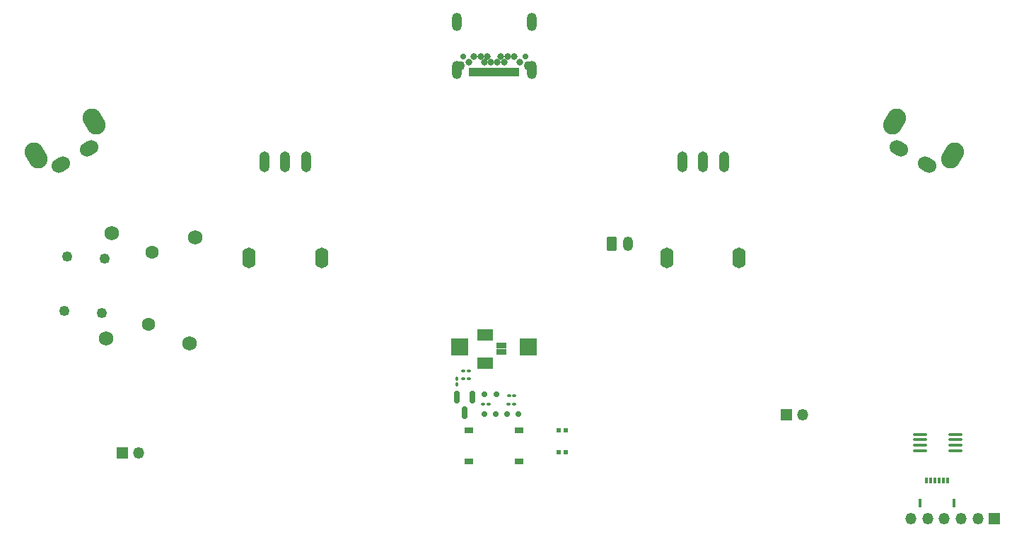
<source format=gbr>
%TF.GenerationSoftware,KiCad,Pcbnew,8.0.2*%
%TF.CreationDate,2024-06-18T23:34:15-07:00*%
%TF.ProjectId,UGC_Main,5547435f-4d61-4696-9e2e-6b696361645f,rev?*%
%TF.SameCoordinates,Original*%
%TF.FileFunction,Soldermask,Bot*%
%TF.FilePolarity,Negative*%
%FSLAX46Y46*%
G04 Gerber Fmt 4.6, Leading zero omitted, Abs format (unit mm)*
G04 Created by KiCad (PCBNEW 8.0.2) date 2024-06-18 23:34:15*
%MOMM*%
%LPD*%
G01*
G04 APERTURE LIST*
G04 Aperture macros list*
%AMRoundRect*
0 Rectangle with rounded corners*
0 $1 Rounding radius*
0 $2 $3 $4 $5 $6 $7 $8 $9 X,Y pos of 4 corners*
0 Add a 4 corners polygon primitive as box body*
4,1,4,$2,$3,$4,$5,$6,$7,$8,$9,$2,$3,0*
0 Add four circle primitives for the rounded corners*
1,1,$1+$1,$2,$3*
1,1,$1+$1,$4,$5*
1,1,$1+$1,$6,$7*
1,1,$1+$1,$8,$9*
0 Add four rect primitives between the rounded corners*
20,1,$1+$1,$2,$3,$4,$5,0*
20,1,$1+$1,$4,$5,$6,$7,0*
20,1,$1+$1,$6,$7,$8,$9,0*
20,1,$1+$1,$8,$9,$2,$3,0*%
%AMHorizOval*
0 Thick line with rounded ends*
0 $1 width*
0 $2 $3 position (X,Y) of the first rounded end (center of the circle)*
0 $4 $5 position (X,Y) of the second rounded end (center of the circle)*
0 Add line between two ends*
20,1,$1,$2,$3,$4,$5,0*
0 Add two circle primitives to create the rounded ends*
1,1,$1,$2,$3*
1,1,$1,$4,$5*%
G04 Aperture macros list end*
%ADD10R,1.350000X1.350000*%
%ADD11O,1.350000X1.350000*%
%ADD12C,1.750000*%
%ADD13C,1.600000*%
%ADD14C,1.250000*%
%ADD15HorizOval,2.250000X-0.250000X0.433013X0.250000X-0.433013X0*%
%ADD16HorizOval,1.700000X0.259808X0.150000X-0.259808X-0.150000X0*%
%ADD17HorizOval,2.250000X-0.250000X-0.433013X0.250000X0.433013X0*%
%ADD18HorizOval,1.700000X0.259808X-0.150000X-0.259808X0.150000X0*%
%ADD19R,1.000000X0.750000*%
%ADD20RoundRect,0.100000X-0.130000X-0.100000X0.130000X-0.100000X0.130000X0.100000X-0.130000X0.100000X0*%
%ADD21R,2.000000X2.000000*%
%ADD22R,0.500000X0.550000*%
%ADD23RoundRect,0.150000X-0.150000X0.587500X-0.150000X-0.587500X0.150000X-0.587500X0.150000X0.587500X0*%
%ADD24RoundRect,0.150000X0.150000X0.200000X-0.150000X0.200000X-0.150000X-0.200000X0.150000X-0.200000X0*%
%ADD25R,0.300000X0.700000*%
%ADD26R,0.300000X1.000000*%
%ADD27O,1.250000X2.500000*%
%ADD28O,1.600000X2.500000*%
%ADD29RoundRect,0.100000X0.130000X0.100000X-0.130000X0.100000X-0.130000X-0.100000X0.130000X-0.100000X0*%
%ADD30RoundRect,0.102000X0.500000X-0.250000X0.500000X0.250000X-0.500000X0.250000X-0.500000X-0.250000X0*%
%ADD31RoundRect,0.102000X0.850000X-0.600000X0.850000X0.600000X-0.850000X0.600000X-0.850000X-0.600000X0*%
%ADD32RoundRect,0.100000X-0.100000X0.130000X-0.100000X-0.130000X0.100000X-0.130000X0.100000X0.130000X0*%
%ADD33RoundRect,0.250000X-0.350000X-0.625000X0.350000X-0.625000X0.350000X0.625000X-0.350000X0.625000X0*%
%ADD34O,1.200000X1.750000*%
%ADD35RoundRect,0.150000X-0.150000X-0.200000X0.150000X-0.200000X0.150000X0.200000X-0.150000X0.200000X0*%
%ADD36C,0.700000*%
%ADD37RoundRect,0.102000X-0.175000X0.445000X-0.175000X-0.445000X0.175000X-0.445000X0.175000X0.445000X0*%
%ADD38C,0.804000*%
%ADD39O,1.204000X2.204000*%
%ADD40C,1.104000*%
%ADD41RoundRect,0.100000X0.712500X0.100000X-0.712500X0.100000X-0.712500X-0.100000X0.712500X-0.100000X0*%
G04 APERTURE END LIST*
D10*
%TO.C,J8*%
X253457200Y-131775200D03*
D11*
X255457200Y-131775200D03*
%TD*%
D12*
%TO.C,SW6*%
X172671539Y-110006388D03*
X172009489Y-122639052D03*
D13*
X177558707Y-112290293D03*
X177108617Y-120878507D03*
D12*
X182657835Y-110529748D03*
X181995785Y-123162412D03*
D14*
X171861497Y-113043156D03*
X171521313Y-119534248D03*
X167367664Y-112807644D03*
X167027480Y-119298736D03*
%TD*%
D15*
%TO.C,SW7*%
X163618112Y-100644336D03*
X170546316Y-96644336D03*
D16*
X166643465Y-101784400D03*
X170020963Y-99834400D03*
%TD*%
D17*
%TO.C,SW8*%
X266420998Y-96644336D03*
X273349202Y-100644336D03*
D18*
X266946351Y-99834400D03*
X270323849Y-101784400D03*
%TD*%
D10*
%TO.C,J4*%
X278380200Y-144195800D03*
D11*
X276380200Y-144195800D03*
X274380200Y-144195800D03*
X272380200Y-144195800D03*
X270380200Y-144195800D03*
X268380200Y-144195800D03*
%TD*%
D10*
%TO.C,J9*%
X173955200Y-136347200D03*
D11*
X175955200Y-136347200D03*
%TD*%
D19*
%TO.C,SW14*%
X221483657Y-133609400D03*
X215483657Y-133609400D03*
X221483657Y-137359400D03*
X215483657Y-137359400D03*
%TD*%
D20*
%TO.C,C26*%
X217144600Y-130502900D03*
X217784600Y-130502900D03*
%TD*%
%TO.C,R33*%
X220263800Y-129489200D03*
X220903800Y-129489200D03*
%TD*%
%TO.C,C27*%
X214807800Y-126515100D03*
X215447800Y-126515100D03*
%TD*%
D21*
%TO.C,TP1*%
X222605600Y-123621800D03*
%TD*%
D22*
%TO.C,SW15*%
X227025200Y-136245600D03*
X226225200Y-136245600D03*
X227025200Y-133595600D03*
X226225200Y-133595600D03*
%TD*%
D23*
%TO.C,Q5*%
X214000000Y-129641600D03*
X215900000Y-129641600D03*
X214950000Y-131516600D03*
%TD*%
D24*
%TO.C,D3*%
X219995400Y-131635000D03*
X221395400Y-131635000D03*
%TD*%
D25*
%TO.C,J13*%
X272740173Y-139656580D03*
X272240173Y-139656580D03*
X271740173Y-139656580D03*
X271240173Y-139656580D03*
X270740173Y-139656580D03*
X270240173Y-139656580D03*
D26*
X273530173Y-142306580D03*
X269450173Y-142306580D03*
%TD*%
D27*
%TO.C,RV2*%
X243483657Y-101434400D03*
X240983657Y-101434400D03*
X245983657Y-101434400D03*
D28*
X247833657Y-112934400D03*
X239133657Y-112934400D03*
%TD*%
D21*
%TO.C,TP2*%
X214350600Y-123647200D03*
%TD*%
D24*
%TO.C,D7*%
X217323400Y-129334500D03*
X218723400Y-129334500D03*
%TD*%
D29*
%TO.C,R31*%
X215447800Y-127404100D03*
X214807800Y-127404100D03*
%TD*%
D30*
%TO.C,J1*%
X219362600Y-124250400D03*
X219362600Y-123450400D03*
D31*
X217412600Y-125550400D03*
X217412600Y-122150400D03*
%TD*%
D32*
%TO.C,R32*%
X213984800Y-127439700D03*
X213984800Y-128079700D03*
%TD*%
D29*
%TO.C,C25*%
X220847800Y-130492000D03*
X220207800Y-130492000D03*
%TD*%
D33*
%TO.C,B1*%
X232547596Y-111285471D03*
D34*
X234547596Y-111285471D03*
%TD*%
D35*
%TO.C,D6*%
X218713200Y-131648200D03*
X217313200Y-131648200D03*
%TD*%
D36*
%TO.C,J5*%
X214758635Y-88804400D03*
X222208635Y-88804400D03*
D37*
X215733635Y-90709400D03*
X216233635Y-90709400D03*
X216733635Y-90709400D03*
X217233635Y-90709400D03*
X217733635Y-90709400D03*
X218233635Y-90709400D03*
X218733635Y-90709400D03*
X219233635Y-90709400D03*
X219733635Y-90709400D03*
X220233635Y-90709400D03*
X220733635Y-90709400D03*
X221233635Y-90709400D03*
D38*
X221533635Y-89504400D03*
X220883635Y-88804400D03*
X220083635Y-88804400D03*
X219683635Y-89504400D03*
X219283635Y-88804400D03*
X218883635Y-89504400D03*
X218083635Y-89504400D03*
X217683635Y-88804400D03*
X217283635Y-89504400D03*
X216883635Y-88804400D03*
X216083635Y-88804400D03*
X215433635Y-89504400D03*
D39*
X213983635Y-84704400D03*
D40*
X214433635Y-89904400D03*
D39*
X213983635Y-90454400D03*
X222983635Y-84704400D03*
D40*
X222533635Y-89904400D03*
D39*
X222983635Y-90454400D03*
%TD*%
D41*
%TO.C,U7*%
X273740100Y-134102200D03*
X273740100Y-134752200D03*
X273740100Y-135402200D03*
X273740100Y-136052200D03*
X269515100Y-136052200D03*
X269515100Y-135402200D03*
X269515100Y-134752200D03*
X269515100Y-134102200D03*
%TD*%
D27*
%TO.C,RV1*%
X193483657Y-101434400D03*
X190983657Y-101434400D03*
X195983657Y-101434400D03*
D28*
X197833657Y-112934400D03*
X189133657Y-112934400D03*
%TD*%
M02*

</source>
